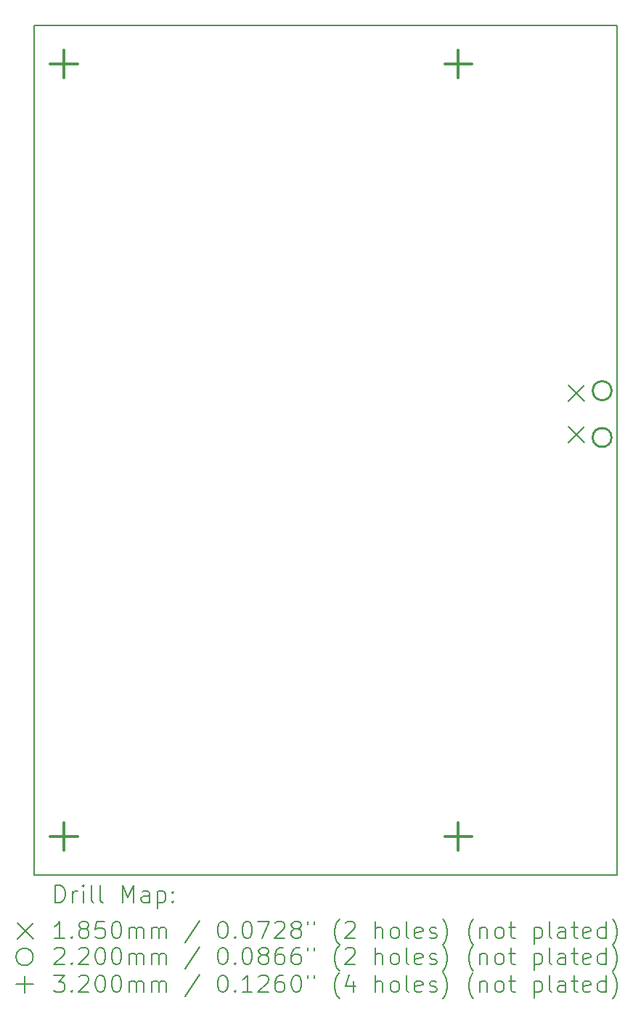
<source format=gbr>
%TF.GenerationSoftware,KiCad,Pcbnew,8.0.6*%
%TF.CreationDate,2024-11-26T08:02:54+01:00*%
%TF.ProjectId,vt2_communicator,7674325f-636f-46d6-9d75-6e696361746f,rev?*%
%TF.SameCoordinates,Original*%
%TF.FileFunction,Drillmap*%
%TF.FilePolarity,Positive*%
%FSLAX45Y45*%
G04 Gerber Fmt 4.5, Leading zero omitted, Abs format (unit mm)*
G04 Created by KiCad (PCBNEW 8.0.6) date 2024-11-26 08:02:54*
%MOMM*%
%LPD*%
G01*
G04 APERTURE LIST*
%ADD10C,0.200000*%
%ADD11C,0.185000*%
%ADD12C,0.220000*%
%ADD13C,0.320000*%
G04 APERTURE END LIST*
D10*
X14000000Y-4000000D02*
X14000000Y-13900000D01*
X14000000Y-13900000D02*
X20800000Y-13900000D01*
X20800000Y-4000000D02*
X14000000Y-4000000D01*
X20800000Y-13900000D02*
X20800000Y-4000000D01*
D11*
X20231500Y-8196000D02*
X20416500Y-8381000D01*
X20416500Y-8196000D02*
X20231500Y-8381000D01*
X20231500Y-8681000D02*
X20416500Y-8866000D01*
X20416500Y-8681000D02*
X20231500Y-8866000D01*
D12*
X20737000Y-8258500D02*
G75*
G02*
X20517000Y-8258500I-110000J0D01*
G01*
X20517000Y-8258500D02*
G75*
G02*
X20737000Y-8258500I110000J0D01*
G01*
X20737000Y-8803500D02*
G75*
G02*
X20517000Y-8803500I-110000J0D01*
G01*
X20517000Y-8803500D02*
G75*
G02*
X20737000Y-8803500I110000J0D01*
G01*
D13*
X14350000Y-4290000D02*
X14350000Y-4610000D01*
X14190000Y-4450000D02*
X14510000Y-4450000D01*
X14350000Y-13290000D02*
X14350000Y-13610000D01*
X14190000Y-13450000D02*
X14510000Y-13450000D01*
X18950000Y-4290000D02*
X18950000Y-4610000D01*
X18790000Y-4450000D02*
X19110000Y-4450000D01*
X18950000Y-13290000D02*
X18950000Y-13610000D01*
X18790000Y-13450000D02*
X19110000Y-13450000D01*
D10*
X14250777Y-14221484D02*
X14250777Y-14021484D01*
X14250777Y-14021484D02*
X14298396Y-14021484D01*
X14298396Y-14021484D02*
X14326967Y-14031008D01*
X14326967Y-14031008D02*
X14346015Y-14050055D01*
X14346015Y-14050055D02*
X14355539Y-14069103D01*
X14355539Y-14069103D02*
X14365062Y-14107198D01*
X14365062Y-14107198D02*
X14365062Y-14135769D01*
X14365062Y-14135769D02*
X14355539Y-14173865D01*
X14355539Y-14173865D02*
X14346015Y-14192912D01*
X14346015Y-14192912D02*
X14326967Y-14211960D01*
X14326967Y-14211960D02*
X14298396Y-14221484D01*
X14298396Y-14221484D02*
X14250777Y-14221484D01*
X14450777Y-14221484D02*
X14450777Y-14088150D01*
X14450777Y-14126246D02*
X14460301Y-14107198D01*
X14460301Y-14107198D02*
X14469824Y-14097674D01*
X14469824Y-14097674D02*
X14488872Y-14088150D01*
X14488872Y-14088150D02*
X14507920Y-14088150D01*
X14574586Y-14221484D02*
X14574586Y-14088150D01*
X14574586Y-14021484D02*
X14565062Y-14031008D01*
X14565062Y-14031008D02*
X14574586Y-14040531D01*
X14574586Y-14040531D02*
X14584110Y-14031008D01*
X14584110Y-14031008D02*
X14574586Y-14021484D01*
X14574586Y-14021484D02*
X14574586Y-14040531D01*
X14698396Y-14221484D02*
X14679348Y-14211960D01*
X14679348Y-14211960D02*
X14669824Y-14192912D01*
X14669824Y-14192912D02*
X14669824Y-14021484D01*
X14803158Y-14221484D02*
X14784110Y-14211960D01*
X14784110Y-14211960D02*
X14774586Y-14192912D01*
X14774586Y-14192912D02*
X14774586Y-14021484D01*
X15031729Y-14221484D02*
X15031729Y-14021484D01*
X15031729Y-14021484D02*
X15098396Y-14164341D01*
X15098396Y-14164341D02*
X15165062Y-14021484D01*
X15165062Y-14021484D02*
X15165062Y-14221484D01*
X15346015Y-14221484D02*
X15346015Y-14116722D01*
X15346015Y-14116722D02*
X15336491Y-14097674D01*
X15336491Y-14097674D02*
X15317443Y-14088150D01*
X15317443Y-14088150D02*
X15279348Y-14088150D01*
X15279348Y-14088150D02*
X15260301Y-14097674D01*
X15346015Y-14211960D02*
X15326967Y-14221484D01*
X15326967Y-14221484D02*
X15279348Y-14221484D01*
X15279348Y-14221484D02*
X15260301Y-14211960D01*
X15260301Y-14211960D02*
X15250777Y-14192912D01*
X15250777Y-14192912D02*
X15250777Y-14173865D01*
X15250777Y-14173865D02*
X15260301Y-14154817D01*
X15260301Y-14154817D02*
X15279348Y-14145293D01*
X15279348Y-14145293D02*
X15326967Y-14145293D01*
X15326967Y-14145293D02*
X15346015Y-14135769D01*
X15441253Y-14088150D02*
X15441253Y-14288150D01*
X15441253Y-14097674D02*
X15460301Y-14088150D01*
X15460301Y-14088150D02*
X15498396Y-14088150D01*
X15498396Y-14088150D02*
X15517443Y-14097674D01*
X15517443Y-14097674D02*
X15526967Y-14107198D01*
X15526967Y-14107198D02*
X15536491Y-14126246D01*
X15536491Y-14126246D02*
X15536491Y-14183388D01*
X15536491Y-14183388D02*
X15526967Y-14202436D01*
X15526967Y-14202436D02*
X15517443Y-14211960D01*
X15517443Y-14211960D02*
X15498396Y-14221484D01*
X15498396Y-14221484D02*
X15460301Y-14221484D01*
X15460301Y-14221484D02*
X15441253Y-14211960D01*
X15622205Y-14202436D02*
X15631729Y-14211960D01*
X15631729Y-14211960D02*
X15622205Y-14221484D01*
X15622205Y-14221484D02*
X15612682Y-14211960D01*
X15612682Y-14211960D02*
X15622205Y-14202436D01*
X15622205Y-14202436D02*
X15622205Y-14221484D01*
X15622205Y-14097674D02*
X15631729Y-14107198D01*
X15631729Y-14107198D02*
X15622205Y-14116722D01*
X15622205Y-14116722D02*
X15612682Y-14107198D01*
X15612682Y-14107198D02*
X15622205Y-14097674D01*
X15622205Y-14097674D02*
X15622205Y-14116722D01*
D11*
X13805000Y-14457500D02*
X13990000Y-14642500D01*
X13990000Y-14457500D02*
X13805000Y-14642500D01*
D10*
X14355539Y-14641484D02*
X14241253Y-14641484D01*
X14298396Y-14641484D02*
X14298396Y-14441484D01*
X14298396Y-14441484D02*
X14279348Y-14470055D01*
X14279348Y-14470055D02*
X14260301Y-14489103D01*
X14260301Y-14489103D02*
X14241253Y-14498627D01*
X14441253Y-14622436D02*
X14450777Y-14631960D01*
X14450777Y-14631960D02*
X14441253Y-14641484D01*
X14441253Y-14641484D02*
X14431729Y-14631960D01*
X14431729Y-14631960D02*
X14441253Y-14622436D01*
X14441253Y-14622436D02*
X14441253Y-14641484D01*
X14565062Y-14527198D02*
X14546015Y-14517674D01*
X14546015Y-14517674D02*
X14536491Y-14508150D01*
X14536491Y-14508150D02*
X14526967Y-14489103D01*
X14526967Y-14489103D02*
X14526967Y-14479579D01*
X14526967Y-14479579D02*
X14536491Y-14460531D01*
X14536491Y-14460531D02*
X14546015Y-14451008D01*
X14546015Y-14451008D02*
X14565062Y-14441484D01*
X14565062Y-14441484D02*
X14603158Y-14441484D01*
X14603158Y-14441484D02*
X14622205Y-14451008D01*
X14622205Y-14451008D02*
X14631729Y-14460531D01*
X14631729Y-14460531D02*
X14641253Y-14479579D01*
X14641253Y-14479579D02*
X14641253Y-14489103D01*
X14641253Y-14489103D02*
X14631729Y-14508150D01*
X14631729Y-14508150D02*
X14622205Y-14517674D01*
X14622205Y-14517674D02*
X14603158Y-14527198D01*
X14603158Y-14527198D02*
X14565062Y-14527198D01*
X14565062Y-14527198D02*
X14546015Y-14536722D01*
X14546015Y-14536722D02*
X14536491Y-14546246D01*
X14536491Y-14546246D02*
X14526967Y-14565293D01*
X14526967Y-14565293D02*
X14526967Y-14603388D01*
X14526967Y-14603388D02*
X14536491Y-14622436D01*
X14536491Y-14622436D02*
X14546015Y-14631960D01*
X14546015Y-14631960D02*
X14565062Y-14641484D01*
X14565062Y-14641484D02*
X14603158Y-14641484D01*
X14603158Y-14641484D02*
X14622205Y-14631960D01*
X14622205Y-14631960D02*
X14631729Y-14622436D01*
X14631729Y-14622436D02*
X14641253Y-14603388D01*
X14641253Y-14603388D02*
X14641253Y-14565293D01*
X14641253Y-14565293D02*
X14631729Y-14546246D01*
X14631729Y-14546246D02*
X14622205Y-14536722D01*
X14622205Y-14536722D02*
X14603158Y-14527198D01*
X14822205Y-14441484D02*
X14726967Y-14441484D01*
X14726967Y-14441484D02*
X14717443Y-14536722D01*
X14717443Y-14536722D02*
X14726967Y-14527198D01*
X14726967Y-14527198D02*
X14746015Y-14517674D01*
X14746015Y-14517674D02*
X14793634Y-14517674D01*
X14793634Y-14517674D02*
X14812682Y-14527198D01*
X14812682Y-14527198D02*
X14822205Y-14536722D01*
X14822205Y-14536722D02*
X14831729Y-14555769D01*
X14831729Y-14555769D02*
X14831729Y-14603388D01*
X14831729Y-14603388D02*
X14822205Y-14622436D01*
X14822205Y-14622436D02*
X14812682Y-14631960D01*
X14812682Y-14631960D02*
X14793634Y-14641484D01*
X14793634Y-14641484D02*
X14746015Y-14641484D01*
X14746015Y-14641484D02*
X14726967Y-14631960D01*
X14726967Y-14631960D02*
X14717443Y-14622436D01*
X14955539Y-14441484D02*
X14974586Y-14441484D01*
X14974586Y-14441484D02*
X14993634Y-14451008D01*
X14993634Y-14451008D02*
X15003158Y-14460531D01*
X15003158Y-14460531D02*
X15012682Y-14479579D01*
X15012682Y-14479579D02*
X15022205Y-14517674D01*
X15022205Y-14517674D02*
X15022205Y-14565293D01*
X15022205Y-14565293D02*
X15012682Y-14603388D01*
X15012682Y-14603388D02*
X15003158Y-14622436D01*
X15003158Y-14622436D02*
X14993634Y-14631960D01*
X14993634Y-14631960D02*
X14974586Y-14641484D01*
X14974586Y-14641484D02*
X14955539Y-14641484D01*
X14955539Y-14641484D02*
X14936491Y-14631960D01*
X14936491Y-14631960D02*
X14926967Y-14622436D01*
X14926967Y-14622436D02*
X14917443Y-14603388D01*
X14917443Y-14603388D02*
X14907920Y-14565293D01*
X14907920Y-14565293D02*
X14907920Y-14517674D01*
X14907920Y-14517674D02*
X14917443Y-14479579D01*
X14917443Y-14479579D02*
X14926967Y-14460531D01*
X14926967Y-14460531D02*
X14936491Y-14451008D01*
X14936491Y-14451008D02*
X14955539Y-14441484D01*
X15107920Y-14641484D02*
X15107920Y-14508150D01*
X15107920Y-14527198D02*
X15117443Y-14517674D01*
X15117443Y-14517674D02*
X15136491Y-14508150D01*
X15136491Y-14508150D02*
X15165063Y-14508150D01*
X15165063Y-14508150D02*
X15184110Y-14517674D01*
X15184110Y-14517674D02*
X15193634Y-14536722D01*
X15193634Y-14536722D02*
X15193634Y-14641484D01*
X15193634Y-14536722D02*
X15203158Y-14517674D01*
X15203158Y-14517674D02*
X15222205Y-14508150D01*
X15222205Y-14508150D02*
X15250777Y-14508150D01*
X15250777Y-14508150D02*
X15269824Y-14517674D01*
X15269824Y-14517674D02*
X15279348Y-14536722D01*
X15279348Y-14536722D02*
X15279348Y-14641484D01*
X15374586Y-14641484D02*
X15374586Y-14508150D01*
X15374586Y-14527198D02*
X15384110Y-14517674D01*
X15384110Y-14517674D02*
X15403158Y-14508150D01*
X15403158Y-14508150D02*
X15431729Y-14508150D01*
X15431729Y-14508150D02*
X15450777Y-14517674D01*
X15450777Y-14517674D02*
X15460301Y-14536722D01*
X15460301Y-14536722D02*
X15460301Y-14641484D01*
X15460301Y-14536722D02*
X15469824Y-14517674D01*
X15469824Y-14517674D02*
X15488872Y-14508150D01*
X15488872Y-14508150D02*
X15517443Y-14508150D01*
X15517443Y-14508150D02*
X15536491Y-14517674D01*
X15536491Y-14517674D02*
X15546015Y-14536722D01*
X15546015Y-14536722D02*
X15546015Y-14641484D01*
X15936491Y-14431960D02*
X15765063Y-14689103D01*
X16193634Y-14441484D02*
X16212682Y-14441484D01*
X16212682Y-14441484D02*
X16231729Y-14451008D01*
X16231729Y-14451008D02*
X16241253Y-14460531D01*
X16241253Y-14460531D02*
X16250777Y-14479579D01*
X16250777Y-14479579D02*
X16260301Y-14517674D01*
X16260301Y-14517674D02*
X16260301Y-14565293D01*
X16260301Y-14565293D02*
X16250777Y-14603388D01*
X16250777Y-14603388D02*
X16241253Y-14622436D01*
X16241253Y-14622436D02*
X16231729Y-14631960D01*
X16231729Y-14631960D02*
X16212682Y-14641484D01*
X16212682Y-14641484D02*
X16193634Y-14641484D01*
X16193634Y-14641484D02*
X16174586Y-14631960D01*
X16174586Y-14631960D02*
X16165063Y-14622436D01*
X16165063Y-14622436D02*
X16155539Y-14603388D01*
X16155539Y-14603388D02*
X16146015Y-14565293D01*
X16146015Y-14565293D02*
X16146015Y-14517674D01*
X16146015Y-14517674D02*
X16155539Y-14479579D01*
X16155539Y-14479579D02*
X16165063Y-14460531D01*
X16165063Y-14460531D02*
X16174586Y-14451008D01*
X16174586Y-14451008D02*
X16193634Y-14441484D01*
X16346015Y-14622436D02*
X16355539Y-14631960D01*
X16355539Y-14631960D02*
X16346015Y-14641484D01*
X16346015Y-14641484D02*
X16336491Y-14631960D01*
X16336491Y-14631960D02*
X16346015Y-14622436D01*
X16346015Y-14622436D02*
X16346015Y-14641484D01*
X16479348Y-14441484D02*
X16498396Y-14441484D01*
X16498396Y-14441484D02*
X16517444Y-14451008D01*
X16517444Y-14451008D02*
X16526967Y-14460531D01*
X16526967Y-14460531D02*
X16536491Y-14479579D01*
X16536491Y-14479579D02*
X16546015Y-14517674D01*
X16546015Y-14517674D02*
X16546015Y-14565293D01*
X16546015Y-14565293D02*
X16536491Y-14603388D01*
X16536491Y-14603388D02*
X16526967Y-14622436D01*
X16526967Y-14622436D02*
X16517444Y-14631960D01*
X16517444Y-14631960D02*
X16498396Y-14641484D01*
X16498396Y-14641484D02*
X16479348Y-14641484D01*
X16479348Y-14641484D02*
X16460301Y-14631960D01*
X16460301Y-14631960D02*
X16450777Y-14622436D01*
X16450777Y-14622436D02*
X16441253Y-14603388D01*
X16441253Y-14603388D02*
X16431729Y-14565293D01*
X16431729Y-14565293D02*
X16431729Y-14517674D01*
X16431729Y-14517674D02*
X16441253Y-14479579D01*
X16441253Y-14479579D02*
X16450777Y-14460531D01*
X16450777Y-14460531D02*
X16460301Y-14451008D01*
X16460301Y-14451008D02*
X16479348Y-14441484D01*
X16612682Y-14441484D02*
X16746015Y-14441484D01*
X16746015Y-14441484D02*
X16660301Y-14641484D01*
X16812682Y-14460531D02*
X16822206Y-14451008D01*
X16822206Y-14451008D02*
X16841253Y-14441484D01*
X16841253Y-14441484D02*
X16888872Y-14441484D01*
X16888872Y-14441484D02*
X16907920Y-14451008D01*
X16907920Y-14451008D02*
X16917444Y-14460531D01*
X16917444Y-14460531D02*
X16926968Y-14479579D01*
X16926968Y-14479579D02*
X16926968Y-14498627D01*
X16926968Y-14498627D02*
X16917444Y-14527198D01*
X16917444Y-14527198D02*
X16803158Y-14641484D01*
X16803158Y-14641484D02*
X16926968Y-14641484D01*
X17041253Y-14527198D02*
X17022206Y-14517674D01*
X17022206Y-14517674D02*
X17012682Y-14508150D01*
X17012682Y-14508150D02*
X17003158Y-14489103D01*
X17003158Y-14489103D02*
X17003158Y-14479579D01*
X17003158Y-14479579D02*
X17012682Y-14460531D01*
X17012682Y-14460531D02*
X17022206Y-14451008D01*
X17022206Y-14451008D02*
X17041253Y-14441484D01*
X17041253Y-14441484D02*
X17079349Y-14441484D01*
X17079349Y-14441484D02*
X17098396Y-14451008D01*
X17098396Y-14451008D02*
X17107920Y-14460531D01*
X17107920Y-14460531D02*
X17117444Y-14479579D01*
X17117444Y-14479579D02*
X17117444Y-14489103D01*
X17117444Y-14489103D02*
X17107920Y-14508150D01*
X17107920Y-14508150D02*
X17098396Y-14517674D01*
X17098396Y-14517674D02*
X17079349Y-14527198D01*
X17079349Y-14527198D02*
X17041253Y-14527198D01*
X17041253Y-14527198D02*
X17022206Y-14536722D01*
X17022206Y-14536722D02*
X17012682Y-14546246D01*
X17012682Y-14546246D02*
X17003158Y-14565293D01*
X17003158Y-14565293D02*
X17003158Y-14603388D01*
X17003158Y-14603388D02*
X17012682Y-14622436D01*
X17012682Y-14622436D02*
X17022206Y-14631960D01*
X17022206Y-14631960D02*
X17041253Y-14641484D01*
X17041253Y-14641484D02*
X17079349Y-14641484D01*
X17079349Y-14641484D02*
X17098396Y-14631960D01*
X17098396Y-14631960D02*
X17107920Y-14622436D01*
X17107920Y-14622436D02*
X17117444Y-14603388D01*
X17117444Y-14603388D02*
X17117444Y-14565293D01*
X17117444Y-14565293D02*
X17107920Y-14546246D01*
X17107920Y-14546246D02*
X17098396Y-14536722D01*
X17098396Y-14536722D02*
X17079349Y-14527198D01*
X17193634Y-14441484D02*
X17193634Y-14479579D01*
X17269825Y-14441484D02*
X17269825Y-14479579D01*
X17565063Y-14717674D02*
X17555539Y-14708150D01*
X17555539Y-14708150D02*
X17536491Y-14679579D01*
X17536491Y-14679579D02*
X17526968Y-14660531D01*
X17526968Y-14660531D02*
X17517444Y-14631960D01*
X17517444Y-14631960D02*
X17507920Y-14584341D01*
X17507920Y-14584341D02*
X17507920Y-14546246D01*
X17507920Y-14546246D02*
X17517444Y-14498627D01*
X17517444Y-14498627D02*
X17526968Y-14470055D01*
X17526968Y-14470055D02*
X17536491Y-14451008D01*
X17536491Y-14451008D02*
X17555539Y-14422436D01*
X17555539Y-14422436D02*
X17565063Y-14412912D01*
X17631730Y-14460531D02*
X17641253Y-14451008D01*
X17641253Y-14451008D02*
X17660301Y-14441484D01*
X17660301Y-14441484D02*
X17707920Y-14441484D01*
X17707920Y-14441484D02*
X17726968Y-14451008D01*
X17726968Y-14451008D02*
X17736491Y-14460531D01*
X17736491Y-14460531D02*
X17746015Y-14479579D01*
X17746015Y-14479579D02*
X17746015Y-14498627D01*
X17746015Y-14498627D02*
X17736491Y-14527198D01*
X17736491Y-14527198D02*
X17622206Y-14641484D01*
X17622206Y-14641484D02*
X17746015Y-14641484D01*
X17984111Y-14641484D02*
X17984111Y-14441484D01*
X18069825Y-14641484D02*
X18069825Y-14536722D01*
X18069825Y-14536722D02*
X18060301Y-14517674D01*
X18060301Y-14517674D02*
X18041253Y-14508150D01*
X18041253Y-14508150D02*
X18012682Y-14508150D01*
X18012682Y-14508150D02*
X17993634Y-14517674D01*
X17993634Y-14517674D02*
X17984111Y-14527198D01*
X18193634Y-14641484D02*
X18174587Y-14631960D01*
X18174587Y-14631960D02*
X18165063Y-14622436D01*
X18165063Y-14622436D02*
X18155539Y-14603388D01*
X18155539Y-14603388D02*
X18155539Y-14546246D01*
X18155539Y-14546246D02*
X18165063Y-14527198D01*
X18165063Y-14527198D02*
X18174587Y-14517674D01*
X18174587Y-14517674D02*
X18193634Y-14508150D01*
X18193634Y-14508150D02*
X18222206Y-14508150D01*
X18222206Y-14508150D02*
X18241253Y-14517674D01*
X18241253Y-14517674D02*
X18250777Y-14527198D01*
X18250777Y-14527198D02*
X18260301Y-14546246D01*
X18260301Y-14546246D02*
X18260301Y-14603388D01*
X18260301Y-14603388D02*
X18250777Y-14622436D01*
X18250777Y-14622436D02*
X18241253Y-14631960D01*
X18241253Y-14631960D02*
X18222206Y-14641484D01*
X18222206Y-14641484D02*
X18193634Y-14641484D01*
X18374587Y-14641484D02*
X18355539Y-14631960D01*
X18355539Y-14631960D02*
X18346015Y-14612912D01*
X18346015Y-14612912D02*
X18346015Y-14441484D01*
X18526968Y-14631960D02*
X18507920Y-14641484D01*
X18507920Y-14641484D02*
X18469825Y-14641484D01*
X18469825Y-14641484D02*
X18450777Y-14631960D01*
X18450777Y-14631960D02*
X18441253Y-14612912D01*
X18441253Y-14612912D02*
X18441253Y-14536722D01*
X18441253Y-14536722D02*
X18450777Y-14517674D01*
X18450777Y-14517674D02*
X18469825Y-14508150D01*
X18469825Y-14508150D02*
X18507920Y-14508150D01*
X18507920Y-14508150D02*
X18526968Y-14517674D01*
X18526968Y-14517674D02*
X18536492Y-14536722D01*
X18536492Y-14536722D02*
X18536492Y-14555769D01*
X18536492Y-14555769D02*
X18441253Y-14574817D01*
X18612682Y-14631960D02*
X18631730Y-14641484D01*
X18631730Y-14641484D02*
X18669825Y-14641484D01*
X18669825Y-14641484D02*
X18688873Y-14631960D01*
X18688873Y-14631960D02*
X18698396Y-14612912D01*
X18698396Y-14612912D02*
X18698396Y-14603388D01*
X18698396Y-14603388D02*
X18688873Y-14584341D01*
X18688873Y-14584341D02*
X18669825Y-14574817D01*
X18669825Y-14574817D02*
X18641253Y-14574817D01*
X18641253Y-14574817D02*
X18622206Y-14565293D01*
X18622206Y-14565293D02*
X18612682Y-14546246D01*
X18612682Y-14546246D02*
X18612682Y-14536722D01*
X18612682Y-14536722D02*
X18622206Y-14517674D01*
X18622206Y-14517674D02*
X18641253Y-14508150D01*
X18641253Y-14508150D02*
X18669825Y-14508150D01*
X18669825Y-14508150D02*
X18688873Y-14517674D01*
X18765063Y-14717674D02*
X18774587Y-14708150D01*
X18774587Y-14708150D02*
X18793634Y-14679579D01*
X18793634Y-14679579D02*
X18803158Y-14660531D01*
X18803158Y-14660531D02*
X18812682Y-14631960D01*
X18812682Y-14631960D02*
X18822206Y-14584341D01*
X18822206Y-14584341D02*
X18822206Y-14546246D01*
X18822206Y-14546246D02*
X18812682Y-14498627D01*
X18812682Y-14498627D02*
X18803158Y-14470055D01*
X18803158Y-14470055D02*
X18793634Y-14451008D01*
X18793634Y-14451008D02*
X18774587Y-14422436D01*
X18774587Y-14422436D02*
X18765063Y-14412912D01*
X19126968Y-14717674D02*
X19117444Y-14708150D01*
X19117444Y-14708150D02*
X19098396Y-14679579D01*
X19098396Y-14679579D02*
X19088873Y-14660531D01*
X19088873Y-14660531D02*
X19079349Y-14631960D01*
X19079349Y-14631960D02*
X19069825Y-14584341D01*
X19069825Y-14584341D02*
X19069825Y-14546246D01*
X19069825Y-14546246D02*
X19079349Y-14498627D01*
X19079349Y-14498627D02*
X19088873Y-14470055D01*
X19088873Y-14470055D02*
X19098396Y-14451008D01*
X19098396Y-14451008D02*
X19117444Y-14422436D01*
X19117444Y-14422436D02*
X19126968Y-14412912D01*
X19203158Y-14508150D02*
X19203158Y-14641484D01*
X19203158Y-14527198D02*
X19212682Y-14517674D01*
X19212682Y-14517674D02*
X19231730Y-14508150D01*
X19231730Y-14508150D02*
X19260301Y-14508150D01*
X19260301Y-14508150D02*
X19279349Y-14517674D01*
X19279349Y-14517674D02*
X19288873Y-14536722D01*
X19288873Y-14536722D02*
X19288873Y-14641484D01*
X19412682Y-14641484D02*
X19393634Y-14631960D01*
X19393634Y-14631960D02*
X19384111Y-14622436D01*
X19384111Y-14622436D02*
X19374587Y-14603388D01*
X19374587Y-14603388D02*
X19374587Y-14546246D01*
X19374587Y-14546246D02*
X19384111Y-14527198D01*
X19384111Y-14527198D02*
X19393634Y-14517674D01*
X19393634Y-14517674D02*
X19412682Y-14508150D01*
X19412682Y-14508150D02*
X19441254Y-14508150D01*
X19441254Y-14508150D02*
X19460301Y-14517674D01*
X19460301Y-14517674D02*
X19469825Y-14527198D01*
X19469825Y-14527198D02*
X19479349Y-14546246D01*
X19479349Y-14546246D02*
X19479349Y-14603388D01*
X19479349Y-14603388D02*
X19469825Y-14622436D01*
X19469825Y-14622436D02*
X19460301Y-14631960D01*
X19460301Y-14631960D02*
X19441254Y-14641484D01*
X19441254Y-14641484D02*
X19412682Y-14641484D01*
X19536492Y-14508150D02*
X19612682Y-14508150D01*
X19565063Y-14441484D02*
X19565063Y-14612912D01*
X19565063Y-14612912D02*
X19574587Y-14631960D01*
X19574587Y-14631960D02*
X19593634Y-14641484D01*
X19593634Y-14641484D02*
X19612682Y-14641484D01*
X19831730Y-14508150D02*
X19831730Y-14708150D01*
X19831730Y-14517674D02*
X19850777Y-14508150D01*
X19850777Y-14508150D02*
X19888873Y-14508150D01*
X19888873Y-14508150D02*
X19907920Y-14517674D01*
X19907920Y-14517674D02*
X19917444Y-14527198D01*
X19917444Y-14527198D02*
X19926968Y-14546246D01*
X19926968Y-14546246D02*
X19926968Y-14603388D01*
X19926968Y-14603388D02*
X19917444Y-14622436D01*
X19917444Y-14622436D02*
X19907920Y-14631960D01*
X19907920Y-14631960D02*
X19888873Y-14641484D01*
X19888873Y-14641484D02*
X19850777Y-14641484D01*
X19850777Y-14641484D02*
X19831730Y-14631960D01*
X20041254Y-14641484D02*
X20022206Y-14631960D01*
X20022206Y-14631960D02*
X20012682Y-14612912D01*
X20012682Y-14612912D02*
X20012682Y-14441484D01*
X20203158Y-14641484D02*
X20203158Y-14536722D01*
X20203158Y-14536722D02*
X20193635Y-14517674D01*
X20193635Y-14517674D02*
X20174587Y-14508150D01*
X20174587Y-14508150D02*
X20136492Y-14508150D01*
X20136492Y-14508150D02*
X20117444Y-14517674D01*
X20203158Y-14631960D02*
X20184111Y-14641484D01*
X20184111Y-14641484D02*
X20136492Y-14641484D01*
X20136492Y-14641484D02*
X20117444Y-14631960D01*
X20117444Y-14631960D02*
X20107920Y-14612912D01*
X20107920Y-14612912D02*
X20107920Y-14593865D01*
X20107920Y-14593865D02*
X20117444Y-14574817D01*
X20117444Y-14574817D02*
X20136492Y-14565293D01*
X20136492Y-14565293D02*
X20184111Y-14565293D01*
X20184111Y-14565293D02*
X20203158Y-14555769D01*
X20269825Y-14508150D02*
X20346015Y-14508150D01*
X20298396Y-14441484D02*
X20298396Y-14612912D01*
X20298396Y-14612912D02*
X20307920Y-14631960D01*
X20307920Y-14631960D02*
X20326968Y-14641484D01*
X20326968Y-14641484D02*
X20346015Y-14641484D01*
X20488873Y-14631960D02*
X20469825Y-14641484D01*
X20469825Y-14641484D02*
X20431730Y-14641484D01*
X20431730Y-14641484D02*
X20412682Y-14631960D01*
X20412682Y-14631960D02*
X20403158Y-14612912D01*
X20403158Y-14612912D02*
X20403158Y-14536722D01*
X20403158Y-14536722D02*
X20412682Y-14517674D01*
X20412682Y-14517674D02*
X20431730Y-14508150D01*
X20431730Y-14508150D02*
X20469825Y-14508150D01*
X20469825Y-14508150D02*
X20488873Y-14517674D01*
X20488873Y-14517674D02*
X20498396Y-14536722D01*
X20498396Y-14536722D02*
X20498396Y-14555769D01*
X20498396Y-14555769D02*
X20403158Y-14574817D01*
X20669825Y-14641484D02*
X20669825Y-14441484D01*
X20669825Y-14631960D02*
X20650777Y-14641484D01*
X20650777Y-14641484D02*
X20612682Y-14641484D01*
X20612682Y-14641484D02*
X20593635Y-14631960D01*
X20593635Y-14631960D02*
X20584111Y-14622436D01*
X20584111Y-14622436D02*
X20574587Y-14603388D01*
X20574587Y-14603388D02*
X20574587Y-14546246D01*
X20574587Y-14546246D02*
X20584111Y-14527198D01*
X20584111Y-14527198D02*
X20593635Y-14517674D01*
X20593635Y-14517674D02*
X20612682Y-14508150D01*
X20612682Y-14508150D02*
X20650777Y-14508150D01*
X20650777Y-14508150D02*
X20669825Y-14517674D01*
X20746016Y-14717674D02*
X20755539Y-14708150D01*
X20755539Y-14708150D02*
X20774587Y-14679579D01*
X20774587Y-14679579D02*
X20784111Y-14660531D01*
X20784111Y-14660531D02*
X20793635Y-14631960D01*
X20793635Y-14631960D02*
X20803158Y-14584341D01*
X20803158Y-14584341D02*
X20803158Y-14546246D01*
X20803158Y-14546246D02*
X20793635Y-14498627D01*
X20793635Y-14498627D02*
X20784111Y-14470055D01*
X20784111Y-14470055D02*
X20774587Y-14451008D01*
X20774587Y-14451008D02*
X20755539Y-14422436D01*
X20755539Y-14422436D02*
X20746016Y-14412912D01*
X13990000Y-14855000D02*
G75*
G02*
X13790000Y-14855000I-100000J0D01*
G01*
X13790000Y-14855000D02*
G75*
G02*
X13990000Y-14855000I100000J0D01*
G01*
X14241253Y-14765531D02*
X14250777Y-14756008D01*
X14250777Y-14756008D02*
X14269824Y-14746484D01*
X14269824Y-14746484D02*
X14317443Y-14746484D01*
X14317443Y-14746484D02*
X14336491Y-14756008D01*
X14336491Y-14756008D02*
X14346015Y-14765531D01*
X14346015Y-14765531D02*
X14355539Y-14784579D01*
X14355539Y-14784579D02*
X14355539Y-14803627D01*
X14355539Y-14803627D02*
X14346015Y-14832198D01*
X14346015Y-14832198D02*
X14231729Y-14946484D01*
X14231729Y-14946484D02*
X14355539Y-14946484D01*
X14441253Y-14927436D02*
X14450777Y-14936960D01*
X14450777Y-14936960D02*
X14441253Y-14946484D01*
X14441253Y-14946484D02*
X14431729Y-14936960D01*
X14431729Y-14936960D02*
X14441253Y-14927436D01*
X14441253Y-14927436D02*
X14441253Y-14946484D01*
X14526967Y-14765531D02*
X14536491Y-14756008D01*
X14536491Y-14756008D02*
X14555539Y-14746484D01*
X14555539Y-14746484D02*
X14603158Y-14746484D01*
X14603158Y-14746484D02*
X14622205Y-14756008D01*
X14622205Y-14756008D02*
X14631729Y-14765531D01*
X14631729Y-14765531D02*
X14641253Y-14784579D01*
X14641253Y-14784579D02*
X14641253Y-14803627D01*
X14641253Y-14803627D02*
X14631729Y-14832198D01*
X14631729Y-14832198D02*
X14517443Y-14946484D01*
X14517443Y-14946484D02*
X14641253Y-14946484D01*
X14765062Y-14746484D02*
X14784110Y-14746484D01*
X14784110Y-14746484D02*
X14803158Y-14756008D01*
X14803158Y-14756008D02*
X14812682Y-14765531D01*
X14812682Y-14765531D02*
X14822205Y-14784579D01*
X14822205Y-14784579D02*
X14831729Y-14822674D01*
X14831729Y-14822674D02*
X14831729Y-14870293D01*
X14831729Y-14870293D02*
X14822205Y-14908388D01*
X14822205Y-14908388D02*
X14812682Y-14927436D01*
X14812682Y-14927436D02*
X14803158Y-14936960D01*
X14803158Y-14936960D02*
X14784110Y-14946484D01*
X14784110Y-14946484D02*
X14765062Y-14946484D01*
X14765062Y-14946484D02*
X14746015Y-14936960D01*
X14746015Y-14936960D02*
X14736491Y-14927436D01*
X14736491Y-14927436D02*
X14726967Y-14908388D01*
X14726967Y-14908388D02*
X14717443Y-14870293D01*
X14717443Y-14870293D02*
X14717443Y-14822674D01*
X14717443Y-14822674D02*
X14726967Y-14784579D01*
X14726967Y-14784579D02*
X14736491Y-14765531D01*
X14736491Y-14765531D02*
X14746015Y-14756008D01*
X14746015Y-14756008D02*
X14765062Y-14746484D01*
X14955539Y-14746484D02*
X14974586Y-14746484D01*
X14974586Y-14746484D02*
X14993634Y-14756008D01*
X14993634Y-14756008D02*
X15003158Y-14765531D01*
X15003158Y-14765531D02*
X15012682Y-14784579D01*
X15012682Y-14784579D02*
X15022205Y-14822674D01*
X15022205Y-14822674D02*
X15022205Y-14870293D01*
X15022205Y-14870293D02*
X15012682Y-14908388D01*
X15012682Y-14908388D02*
X15003158Y-14927436D01*
X15003158Y-14927436D02*
X14993634Y-14936960D01*
X14993634Y-14936960D02*
X14974586Y-14946484D01*
X14974586Y-14946484D02*
X14955539Y-14946484D01*
X14955539Y-14946484D02*
X14936491Y-14936960D01*
X14936491Y-14936960D02*
X14926967Y-14927436D01*
X14926967Y-14927436D02*
X14917443Y-14908388D01*
X14917443Y-14908388D02*
X14907920Y-14870293D01*
X14907920Y-14870293D02*
X14907920Y-14822674D01*
X14907920Y-14822674D02*
X14917443Y-14784579D01*
X14917443Y-14784579D02*
X14926967Y-14765531D01*
X14926967Y-14765531D02*
X14936491Y-14756008D01*
X14936491Y-14756008D02*
X14955539Y-14746484D01*
X15107920Y-14946484D02*
X15107920Y-14813150D01*
X15107920Y-14832198D02*
X15117443Y-14822674D01*
X15117443Y-14822674D02*
X15136491Y-14813150D01*
X15136491Y-14813150D02*
X15165063Y-14813150D01*
X15165063Y-14813150D02*
X15184110Y-14822674D01*
X15184110Y-14822674D02*
X15193634Y-14841722D01*
X15193634Y-14841722D02*
X15193634Y-14946484D01*
X15193634Y-14841722D02*
X15203158Y-14822674D01*
X15203158Y-14822674D02*
X15222205Y-14813150D01*
X15222205Y-14813150D02*
X15250777Y-14813150D01*
X15250777Y-14813150D02*
X15269824Y-14822674D01*
X15269824Y-14822674D02*
X15279348Y-14841722D01*
X15279348Y-14841722D02*
X15279348Y-14946484D01*
X15374586Y-14946484D02*
X15374586Y-14813150D01*
X15374586Y-14832198D02*
X15384110Y-14822674D01*
X15384110Y-14822674D02*
X15403158Y-14813150D01*
X15403158Y-14813150D02*
X15431729Y-14813150D01*
X15431729Y-14813150D02*
X15450777Y-14822674D01*
X15450777Y-14822674D02*
X15460301Y-14841722D01*
X15460301Y-14841722D02*
X15460301Y-14946484D01*
X15460301Y-14841722D02*
X15469824Y-14822674D01*
X15469824Y-14822674D02*
X15488872Y-14813150D01*
X15488872Y-14813150D02*
X15517443Y-14813150D01*
X15517443Y-14813150D02*
X15536491Y-14822674D01*
X15536491Y-14822674D02*
X15546015Y-14841722D01*
X15546015Y-14841722D02*
X15546015Y-14946484D01*
X15936491Y-14736960D02*
X15765063Y-14994103D01*
X16193634Y-14746484D02*
X16212682Y-14746484D01*
X16212682Y-14746484D02*
X16231729Y-14756008D01*
X16231729Y-14756008D02*
X16241253Y-14765531D01*
X16241253Y-14765531D02*
X16250777Y-14784579D01*
X16250777Y-14784579D02*
X16260301Y-14822674D01*
X16260301Y-14822674D02*
X16260301Y-14870293D01*
X16260301Y-14870293D02*
X16250777Y-14908388D01*
X16250777Y-14908388D02*
X16241253Y-14927436D01*
X16241253Y-14927436D02*
X16231729Y-14936960D01*
X16231729Y-14936960D02*
X16212682Y-14946484D01*
X16212682Y-14946484D02*
X16193634Y-14946484D01*
X16193634Y-14946484D02*
X16174586Y-14936960D01*
X16174586Y-14936960D02*
X16165063Y-14927436D01*
X16165063Y-14927436D02*
X16155539Y-14908388D01*
X16155539Y-14908388D02*
X16146015Y-14870293D01*
X16146015Y-14870293D02*
X16146015Y-14822674D01*
X16146015Y-14822674D02*
X16155539Y-14784579D01*
X16155539Y-14784579D02*
X16165063Y-14765531D01*
X16165063Y-14765531D02*
X16174586Y-14756008D01*
X16174586Y-14756008D02*
X16193634Y-14746484D01*
X16346015Y-14927436D02*
X16355539Y-14936960D01*
X16355539Y-14936960D02*
X16346015Y-14946484D01*
X16346015Y-14946484D02*
X16336491Y-14936960D01*
X16336491Y-14936960D02*
X16346015Y-14927436D01*
X16346015Y-14927436D02*
X16346015Y-14946484D01*
X16479348Y-14746484D02*
X16498396Y-14746484D01*
X16498396Y-14746484D02*
X16517444Y-14756008D01*
X16517444Y-14756008D02*
X16526967Y-14765531D01*
X16526967Y-14765531D02*
X16536491Y-14784579D01*
X16536491Y-14784579D02*
X16546015Y-14822674D01*
X16546015Y-14822674D02*
X16546015Y-14870293D01*
X16546015Y-14870293D02*
X16536491Y-14908388D01*
X16536491Y-14908388D02*
X16526967Y-14927436D01*
X16526967Y-14927436D02*
X16517444Y-14936960D01*
X16517444Y-14936960D02*
X16498396Y-14946484D01*
X16498396Y-14946484D02*
X16479348Y-14946484D01*
X16479348Y-14946484D02*
X16460301Y-14936960D01*
X16460301Y-14936960D02*
X16450777Y-14927436D01*
X16450777Y-14927436D02*
X16441253Y-14908388D01*
X16441253Y-14908388D02*
X16431729Y-14870293D01*
X16431729Y-14870293D02*
X16431729Y-14822674D01*
X16431729Y-14822674D02*
X16441253Y-14784579D01*
X16441253Y-14784579D02*
X16450777Y-14765531D01*
X16450777Y-14765531D02*
X16460301Y-14756008D01*
X16460301Y-14756008D02*
X16479348Y-14746484D01*
X16660301Y-14832198D02*
X16641253Y-14822674D01*
X16641253Y-14822674D02*
X16631729Y-14813150D01*
X16631729Y-14813150D02*
X16622206Y-14794103D01*
X16622206Y-14794103D02*
X16622206Y-14784579D01*
X16622206Y-14784579D02*
X16631729Y-14765531D01*
X16631729Y-14765531D02*
X16641253Y-14756008D01*
X16641253Y-14756008D02*
X16660301Y-14746484D01*
X16660301Y-14746484D02*
X16698396Y-14746484D01*
X16698396Y-14746484D02*
X16717444Y-14756008D01*
X16717444Y-14756008D02*
X16726967Y-14765531D01*
X16726967Y-14765531D02*
X16736491Y-14784579D01*
X16736491Y-14784579D02*
X16736491Y-14794103D01*
X16736491Y-14794103D02*
X16726967Y-14813150D01*
X16726967Y-14813150D02*
X16717444Y-14822674D01*
X16717444Y-14822674D02*
X16698396Y-14832198D01*
X16698396Y-14832198D02*
X16660301Y-14832198D01*
X16660301Y-14832198D02*
X16641253Y-14841722D01*
X16641253Y-14841722D02*
X16631729Y-14851246D01*
X16631729Y-14851246D02*
X16622206Y-14870293D01*
X16622206Y-14870293D02*
X16622206Y-14908388D01*
X16622206Y-14908388D02*
X16631729Y-14927436D01*
X16631729Y-14927436D02*
X16641253Y-14936960D01*
X16641253Y-14936960D02*
X16660301Y-14946484D01*
X16660301Y-14946484D02*
X16698396Y-14946484D01*
X16698396Y-14946484D02*
X16717444Y-14936960D01*
X16717444Y-14936960D02*
X16726967Y-14927436D01*
X16726967Y-14927436D02*
X16736491Y-14908388D01*
X16736491Y-14908388D02*
X16736491Y-14870293D01*
X16736491Y-14870293D02*
X16726967Y-14851246D01*
X16726967Y-14851246D02*
X16717444Y-14841722D01*
X16717444Y-14841722D02*
X16698396Y-14832198D01*
X16907920Y-14746484D02*
X16869825Y-14746484D01*
X16869825Y-14746484D02*
X16850777Y-14756008D01*
X16850777Y-14756008D02*
X16841253Y-14765531D01*
X16841253Y-14765531D02*
X16822206Y-14794103D01*
X16822206Y-14794103D02*
X16812682Y-14832198D01*
X16812682Y-14832198D02*
X16812682Y-14908388D01*
X16812682Y-14908388D02*
X16822206Y-14927436D01*
X16822206Y-14927436D02*
X16831729Y-14936960D01*
X16831729Y-14936960D02*
X16850777Y-14946484D01*
X16850777Y-14946484D02*
X16888872Y-14946484D01*
X16888872Y-14946484D02*
X16907920Y-14936960D01*
X16907920Y-14936960D02*
X16917444Y-14927436D01*
X16917444Y-14927436D02*
X16926968Y-14908388D01*
X16926968Y-14908388D02*
X16926968Y-14860769D01*
X16926968Y-14860769D02*
X16917444Y-14841722D01*
X16917444Y-14841722D02*
X16907920Y-14832198D01*
X16907920Y-14832198D02*
X16888872Y-14822674D01*
X16888872Y-14822674D02*
X16850777Y-14822674D01*
X16850777Y-14822674D02*
X16831729Y-14832198D01*
X16831729Y-14832198D02*
X16822206Y-14841722D01*
X16822206Y-14841722D02*
X16812682Y-14860769D01*
X17098396Y-14746484D02*
X17060301Y-14746484D01*
X17060301Y-14746484D02*
X17041253Y-14756008D01*
X17041253Y-14756008D02*
X17031729Y-14765531D01*
X17031729Y-14765531D02*
X17012682Y-14794103D01*
X17012682Y-14794103D02*
X17003158Y-14832198D01*
X17003158Y-14832198D02*
X17003158Y-14908388D01*
X17003158Y-14908388D02*
X17012682Y-14927436D01*
X17012682Y-14927436D02*
X17022206Y-14936960D01*
X17022206Y-14936960D02*
X17041253Y-14946484D01*
X17041253Y-14946484D02*
X17079349Y-14946484D01*
X17079349Y-14946484D02*
X17098396Y-14936960D01*
X17098396Y-14936960D02*
X17107920Y-14927436D01*
X17107920Y-14927436D02*
X17117444Y-14908388D01*
X17117444Y-14908388D02*
X17117444Y-14860769D01*
X17117444Y-14860769D02*
X17107920Y-14841722D01*
X17107920Y-14841722D02*
X17098396Y-14832198D01*
X17098396Y-14832198D02*
X17079349Y-14822674D01*
X17079349Y-14822674D02*
X17041253Y-14822674D01*
X17041253Y-14822674D02*
X17022206Y-14832198D01*
X17022206Y-14832198D02*
X17012682Y-14841722D01*
X17012682Y-14841722D02*
X17003158Y-14860769D01*
X17193634Y-14746484D02*
X17193634Y-14784579D01*
X17269825Y-14746484D02*
X17269825Y-14784579D01*
X17565063Y-15022674D02*
X17555539Y-15013150D01*
X17555539Y-15013150D02*
X17536491Y-14984579D01*
X17536491Y-14984579D02*
X17526968Y-14965531D01*
X17526968Y-14965531D02*
X17517444Y-14936960D01*
X17517444Y-14936960D02*
X17507920Y-14889341D01*
X17507920Y-14889341D02*
X17507920Y-14851246D01*
X17507920Y-14851246D02*
X17517444Y-14803627D01*
X17517444Y-14803627D02*
X17526968Y-14775055D01*
X17526968Y-14775055D02*
X17536491Y-14756008D01*
X17536491Y-14756008D02*
X17555539Y-14727436D01*
X17555539Y-14727436D02*
X17565063Y-14717912D01*
X17631730Y-14765531D02*
X17641253Y-14756008D01*
X17641253Y-14756008D02*
X17660301Y-14746484D01*
X17660301Y-14746484D02*
X17707920Y-14746484D01*
X17707920Y-14746484D02*
X17726968Y-14756008D01*
X17726968Y-14756008D02*
X17736491Y-14765531D01*
X17736491Y-14765531D02*
X17746015Y-14784579D01*
X17746015Y-14784579D02*
X17746015Y-14803627D01*
X17746015Y-14803627D02*
X17736491Y-14832198D01*
X17736491Y-14832198D02*
X17622206Y-14946484D01*
X17622206Y-14946484D02*
X17746015Y-14946484D01*
X17984111Y-14946484D02*
X17984111Y-14746484D01*
X18069825Y-14946484D02*
X18069825Y-14841722D01*
X18069825Y-14841722D02*
X18060301Y-14822674D01*
X18060301Y-14822674D02*
X18041253Y-14813150D01*
X18041253Y-14813150D02*
X18012682Y-14813150D01*
X18012682Y-14813150D02*
X17993634Y-14822674D01*
X17993634Y-14822674D02*
X17984111Y-14832198D01*
X18193634Y-14946484D02*
X18174587Y-14936960D01*
X18174587Y-14936960D02*
X18165063Y-14927436D01*
X18165063Y-14927436D02*
X18155539Y-14908388D01*
X18155539Y-14908388D02*
X18155539Y-14851246D01*
X18155539Y-14851246D02*
X18165063Y-14832198D01*
X18165063Y-14832198D02*
X18174587Y-14822674D01*
X18174587Y-14822674D02*
X18193634Y-14813150D01*
X18193634Y-14813150D02*
X18222206Y-14813150D01*
X18222206Y-14813150D02*
X18241253Y-14822674D01*
X18241253Y-14822674D02*
X18250777Y-14832198D01*
X18250777Y-14832198D02*
X18260301Y-14851246D01*
X18260301Y-14851246D02*
X18260301Y-14908388D01*
X18260301Y-14908388D02*
X18250777Y-14927436D01*
X18250777Y-14927436D02*
X18241253Y-14936960D01*
X18241253Y-14936960D02*
X18222206Y-14946484D01*
X18222206Y-14946484D02*
X18193634Y-14946484D01*
X18374587Y-14946484D02*
X18355539Y-14936960D01*
X18355539Y-14936960D02*
X18346015Y-14917912D01*
X18346015Y-14917912D02*
X18346015Y-14746484D01*
X18526968Y-14936960D02*
X18507920Y-14946484D01*
X18507920Y-14946484D02*
X18469825Y-14946484D01*
X18469825Y-14946484D02*
X18450777Y-14936960D01*
X18450777Y-14936960D02*
X18441253Y-14917912D01*
X18441253Y-14917912D02*
X18441253Y-14841722D01*
X18441253Y-14841722D02*
X18450777Y-14822674D01*
X18450777Y-14822674D02*
X18469825Y-14813150D01*
X18469825Y-14813150D02*
X18507920Y-14813150D01*
X18507920Y-14813150D02*
X18526968Y-14822674D01*
X18526968Y-14822674D02*
X18536492Y-14841722D01*
X18536492Y-14841722D02*
X18536492Y-14860769D01*
X18536492Y-14860769D02*
X18441253Y-14879817D01*
X18612682Y-14936960D02*
X18631730Y-14946484D01*
X18631730Y-14946484D02*
X18669825Y-14946484D01*
X18669825Y-14946484D02*
X18688873Y-14936960D01*
X18688873Y-14936960D02*
X18698396Y-14917912D01*
X18698396Y-14917912D02*
X18698396Y-14908388D01*
X18698396Y-14908388D02*
X18688873Y-14889341D01*
X18688873Y-14889341D02*
X18669825Y-14879817D01*
X18669825Y-14879817D02*
X18641253Y-14879817D01*
X18641253Y-14879817D02*
X18622206Y-14870293D01*
X18622206Y-14870293D02*
X18612682Y-14851246D01*
X18612682Y-14851246D02*
X18612682Y-14841722D01*
X18612682Y-14841722D02*
X18622206Y-14822674D01*
X18622206Y-14822674D02*
X18641253Y-14813150D01*
X18641253Y-14813150D02*
X18669825Y-14813150D01*
X18669825Y-14813150D02*
X18688873Y-14822674D01*
X18765063Y-15022674D02*
X18774587Y-15013150D01*
X18774587Y-15013150D02*
X18793634Y-14984579D01*
X18793634Y-14984579D02*
X18803158Y-14965531D01*
X18803158Y-14965531D02*
X18812682Y-14936960D01*
X18812682Y-14936960D02*
X18822206Y-14889341D01*
X18822206Y-14889341D02*
X18822206Y-14851246D01*
X18822206Y-14851246D02*
X18812682Y-14803627D01*
X18812682Y-14803627D02*
X18803158Y-14775055D01*
X18803158Y-14775055D02*
X18793634Y-14756008D01*
X18793634Y-14756008D02*
X18774587Y-14727436D01*
X18774587Y-14727436D02*
X18765063Y-14717912D01*
X19126968Y-15022674D02*
X19117444Y-15013150D01*
X19117444Y-15013150D02*
X19098396Y-14984579D01*
X19098396Y-14984579D02*
X19088873Y-14965531D01*
X19088873Y-14965531D02*
X19079349Y-14936960D01*
X19079349Y-14936960D02*
X19069825Y-14889341D01*
X19069825Y-14889341D02*
X19069825Y-14851246D01*
X19069825Y-14851246D02*
X19079349Y-14803627D01*
X19079349Y-14803627D02*
X19088873Y-14775055D01*
X19088873Y-14775055D02*
X19098396Y-14756008D01*
X19098396Y-14756008D02*
X19117444Y-14727436D01*
X19117444Y-14727436D02*
X19126968Y-14717912D01*
X19203158Y-14813150D02*
X19203158Y-14946484D01*
X19203158Y-14832198D02*
X19212682Y-14822674D01*
X19212682Y-14822674D02*
X19231730Y-14813150D01*
X19231730Y-14813150D02*
X19260301Y-14813150D01*
X19260301Y-14813150D02*
X19279349Y-14822674D01*
X19279349Y-14822674D02*
X19288873Y-14841722D01*
X19288873Y-14841722D02*
X19288873Y-14946484D01*
X19412682Y-14946484D02*
X19393634Y-14936960D01*
X19393634Y-14936960D02*
X19384111Y-14927436D01*
X19384111Y-14927436D02*
X19374587Y-14908388D01*
X19374587Y-14908388D02*
X19374587Y-14851246D01*
X19374587Y-14851246D02*
X19384111Y-14832198D01*
X19384111Y-14832198D02*
X19393634Y-14822674D01*
X19393634Y-14822674D02*
X19412682Y-14813150D01*
X19412682Y-14813150D02*
X19441254Y-14813150D01*
X19441254Y-14813150D02*
X19460301Y-14822674D01*
X19460301Y-14822674D02*
X19469825Y-14832198D01*
X19469825Y-14832198D02*
X19479349Y-14851246D01*
X19479349Y-14851246D02*
X19479349Y-14908388D01*
X19479349Y-14908388D02*
X19469825Y-14927436D01*
X19469825Y-14927436D02*
X19460301Y-14936960D01*
X19460301Y-14936960D02*
X19441254Y-14946484D01*
X19441254Y-14946484D02*
X19412682Y-14946484D01*
X19536492Y-14813150D02*
X19612682Y-14813150D01*
X19565063Y-14746484D02*
X19565063Y-14917912D01*
X19565063Y-14917912D02*
X19574587Y-14936960D01*
X19574587Y-14936960D02*
X19593634Y-14946484D01*
X19593634Y-14946484D02*
X19612682Y-14946484D01*
X19831730Y-14813150D02*
X19831730Y-15013150D01*
X19831730Y-14822674D02*
X19850777Y-14813150D01*
X19850777Y-14813150D02*
X19888873Y-14813150D01*
X19888873Y-14813150D02*
X19907920Y-14822674D01*
X19907920Y-14822674D02*
X19917444Y-14832198D01*
X19917444Y-14832198D02*
X19926968Y-14851246D01*
X19926968Y-14851246D02*
X19926968Y-14908388D01*
X19926968Y-14908388D02*
X19917444Y-14927436D01*
X19917444Y-14927436D02*
X19907920Y-14936960D01*
X19907920Y-14936960D02*
X19888873Y-14946484D01*
X19888873Y-14946484D02*
X19850777Y-14946484D01*
X19850777Y-14946484D02*
X19831730Y-14936960D01*
X20041254Y-14946484D02*
X20022206Y-14936960D01*
X20022206Y-14936960D02*
X20012682Y-14917912D01*
X20012682Y-14917912D02*
X20012682Y-14746484D01*
X20203158Y-14946484D02*
X20203158Y-14841722D01*
X20203158Y-14841722D02*
X20193635Y-14822674D01*
X20193635Y-14822674D02*
X20174587Y-14813150D01*
X20174587Y-14813150D02*
X20136492Y-14813150D01*
X20136492Y-14813150D02*
X20117444Y-14822674D01*
X20203158Y-14936960D02*
X20184111Y-14946484D01*
X20184111Y-14946484D02*
X20136492Y-14946484D01*
X20136492Y-14946484D02*
X20117444Y-14936960D01*
X20117444Y-14936960D02*
X20107920Y-14917912D01*
X20107920Y-14917912D02*
X20107920Y-14898865D01*
X20107920Y-14898865D02*
X20117444Y-14879817D01*
X20117444Y-14879817D02*
X20136492Y-14870293D01*
X20136492Y-14870293D02*
X20184111Y-14870293D01*
X20184111Y-14870293D02*
X20203158Y-14860769D01*
X20269825Y-14813150D02*
X20346015Y-14813150D01*
X20298396Y-14746484D02*
X20298396Y-14917912D01*
X20298396Y-14917912D02*
X20307920Y-14936960D01*
X20307920Y-14936960D02*
X20326968Y-14946484D01*
X20326968Y-14946484D02*
X20346015Y-14946484D01*
X20488873Y-14936960D02*
X20469825Y-14946484D01*
X20469825Y-14946484D02*
X20431730Y-14946484D01*
X20431730Y-14946484D02*
X20412682Y-14936960D01*
X20412682Y-14936960D02*
X20403158Y-14917912D01*
X20403158Y-14917912D02*
X20403158Y-14841722D01*
X20403158Y-14841722D02*
X20412682Y-14822674D01*
X20412682Y-14822674D02*
X20431730Y-14813150D01*
X20431730Y-14813150D02*
X20469825Y-14813150D01*
X20469825Y-14813150D02*
X20488873Y-14822674D01*
X20488873Y-14822674D02*
X20498396Y-14841722D01*
X20498396Y-14841722D02*
X20498396Y-14860769D01*
X20498396Y-14860769D02*
X20403158Y-14879817D01*
X20669825Y-14946484D02*
X20669825Y-14746484D01*
X20669825Y-14936960D02*
X20650777Y-14946484D01*
X20650777Y-14946484D02*
X20612682Y-14946484D01*
X20612682Y-14946484D02*
X20593635Y-14936960D01*
X20593635Y-14936960D02*
X20584111Y-14927436D01*
X20584111Y-14927436D02*
X20574587Y-14908388D01*
X20574587Y-14908388D02*
X20574587Y-14851246D01*
X20574587Y-14851246D02*
X20584111Y-14832198D01*
X20584111Y-14832198D02*
X20593635Y-14822674D01*
X20593635Y-14822674D02*
X20612682Y-14813150D01*
X20612682Y-14813150D02*
X20650777Y-14813150D01*
X20650777Y-14813150D02*
X20669825Y-14822674D01*
X20746016Y-15022674D02*
X20755539Y-15013150D01*
X20755539Y-15013150D02*
X20774587Y-14984579D01*
X20774587Y-14984579D02*
X20784111Y-14965531D01*
X20784111Y-14965531D02*
X20793635Y-14936960D01*
X20793635Y-14936960D02*
X20803158Y-14889341D01*
X20803158Y-14889341D02*
X20803158Y-14851246D01*
X20803158Y-14851246D02*
X20793635Y-14803627D01*
X20793635Y-14803627D02*
X20784111Y-14775055D01*
X20784111Y-14775055D02*
X20774587Y-14756008D01*
X20774587Y-14756008D02*
X20755539Y-14727436D01*
X20755539Y-14727436D02*
X20746016Y-14717912D01*
X13890000Y-15075000D02*
X13890000Y-15275000D01*
X13790000Y-15175000D02*
X13990000Y-15175000D01*
X14231729Y-15066484D02*
X14355539Y-15066484D01*
X14355539Y-15066484D02*
X14288872Y-15142674D01*
X14288872Y-15142674D02*
X14317443Y-15142674D01*
X14317443Y-15142674D02*
X14336491Y-15152198D01*
X14336491Y-15152198D02*
X14346015Y-15161722D01*
X14346015Y-15161722D02*
X14355539Y-15180769D01*
X14355539Y-15180769D02*
X14355539Y-15228388D01*
X14355539Y-15228388D02*
X14346015Y-15247436D01*
X14346015Y-15247436D02*
X14336491Y-15256960D01*
X14336491Y-15256960D02*
X14317443Y-15266484D01*
X14317443Y-15266484D02*
X14260301Y-15266484D01*
X14260301Y-15266484D02*
X14241253Y-15256960D01*
X14241253Y-15256960D02*
X14231729Y-15247436D01*
X14441253Y-15247436D02*
X14450777Y-15256960D01*
X14450777Y-15256960D02*
X14441253Y-15266484D01*
X14441253Y-15266484D02*
X14431729Y-15256960D01*
X14431729Y-15256960D02*
X14441253Y-15247436D01*
X14441253Y-15247436D02*
X14441253Y-15266484D01*
X14526967Y-15085531D02*
X14536491Y-15076008D01*
X14536491Y-15076008D02*
X14555539Y-15066484D01*
X14555539Y-15066484D02*
X14603158Y-15066484D01*
X14603158Y-15066484D02*
X14622205Y-15076008D01*
X14622205Y-15076008D02*
X14631729Y-15085531D01*
X14631729Y-15085531D02*
X14641253Y-15104579D01*
X14641253Y-15104579D02*
X14641253Y-15123627D01*
X14641253Y-15123627D02*
X14631729Y-15152198D01*
X14631729Y-15152198D02*
X14517443Y-15266484D01*
X14517443Y-15266484D02*
X14641253Y-15266484D01*
X14765062Y-15066484D02*
X14784110Y-15066484D01*
X14784110Y-15066484D02*
X14803158Y-15076008D01*
X14803158Y-15076008D02*
X14812682Y-15085531D01*
X14812682Y-15085531D02*
X14822205Y-15104579D01*
X14822205Y-15104579D02*
X14831729Y-15142674D01*
X14831729Y-15142674D02*
X14831729Y-15190293D01*
X14831729Y-15190293D02*
X14822205Y-15228388D01*
X14822205Y-15228388D02*
X14812682Y-15247436D01*
X14812682Y-15247436D02*
X14803158Y-15256960D01*
X14803158Y-15256960D02*
X14784110Y-15266484D01*
X14784110Y-15266484D02*
X14765062Y-15266484D01*
X14765062Y-15266484D02*
X14746015Y-15256960D01*
X14746015Y-15256960D02*
X14736491Y-15247436D01*
X14736491Y-15247436D02*
X14726967Y-15228388D01*
X14726967Y-15228388D02*
X14717443Y-15190293D01*
X14717443Y-15190293D02*
X14717443Y-15142674D01*
X14717443Y-15142674D02*
X14726967Y-15104579D01*
X14726967Y-15104579D02*
X14736491Y-15085531D01*
X14736491Y-15085531D02*
X14746015Y-15076008D01*
X14746015Y-15076008D02*
X14765062Y-15066484D01*
X14955539Y-15066484D02*
X14974586Y-15066484D01*
X14974586Y-15066484D02*
X14993634Y-15076008D01*
X14993634Y-15076008D02*
X15003158Y-15085531D01*
X15003158Y-15085531D02*
X15012682Y-15104579D01*
X15012682Y-15104579D02*
X15022205Y-15142674D01*
X15022205Y-15142674D02*
X15022205Y-15190293D01*
X15022205Y-15190293D02*
X15012682Y-15228388D01*
X15012682Y-15228388D02*
X15003158Y-15247436D01*
X15003158Y-15247436D02*
X14993634Y-15256960D01*
X14993634Y-15256960D02*
X14974586Y-15266484D01*
X14974586Y-15266484D02*
X14955539Y-15266484D01*
X14955539Y-15266484D02*
X14936491Y-15256960D01*
X14936491Y-15256960D02*
X14926967Y-15247436D01*
X14926967Y-15247436D02*
X14917443Y-15228388D01*
X14917443Y-15228388D02*
X14907920Y-15190293D01*
X14907920Y-15190293D02*
X14907920Y-15142674D01*
X14907920Y-15142674D02*
X14917443Y-15104579D01*
X14917443Y-15104579D02*
X14926967Y-15085531D01*
X14926967Y-15085531D02*
X14936491Y-15076008D01*
X14936491Y-15076008D02*
X14955539Y-15066484D01*
X15107920Y-15266484D02*
X15107920Y-15133150D01*
X15107920Y-15152198D02*
X15117443Y-15142674D01*
X15117443Y-15142674D02*
X15136491Y-15133150D01*
X15136491Y-15133150D02*
X15165063Y-15133150D01*
X15165063Y-15133150D02*
X15184110Y-15142674D01*
X15184110Y-15142674D02*
X15193634Y-15161722D01*
X15193634Y-15161722D02*
X15193634Y-15266484D01*
X15193634Y-15161722D02*
X15203158Y-15142674D01*
X15203158Y-15142674D02*
X15222205Y-15133150D01*
X15222205Y-15133150D02*
X15250777Y-15133150D01*
X15250777Y-15133150D02*
X15269824Y-15142674D01*
X15269824Y-15142674D02*
X15279348Y-15161722D01*
X15279348Y-15161722D02*
X15279348Y-15266484D01*
X15374586Y-15266484D02*
X15374586Y-15133150D01*
X15374586Y-15152198D02*
X15384110Y-15142674D01*
X15384110Y-15142674D02*
X15403158Y-15133150D01*
X15403158Y-15133150D02*
X15431729Y-15133150D01*
X15431729Y-15133150D02*
X15450777Y-15142674D01*
X15450777Y-15142674D02*
X15460301Y-15161722D01*
X15460301Y-15161722D02*
X15460301Y-15266484D01*
X15460301Y-15161722D02*
X15469824Y-15142674D01*
X15469824Y-15142674D02*
X15488872Y-15133150D01*
X15488872Y-15133150D02*
X15517443Y-15133150D01*
X15517443Y-15133150D02*
X15536491Y-15142674D01*
X15536491Y-15142674D02*
X15546015Y-15161722D01*
X15546015Y-15161722D02*
X15546015Y-15266484D01*
X15936491Y-15056960D02*
X15765063Y-15314103D01*
X16193634Y-15066484D02*
X16212682Y-15066484D01*
X16212682Y-15066484D02*
X16231729Y-15076008D01*
X16231729Y-15076008D02*
X16241253Y-15085531D01*
X16241253Y-15085531D02*
X16250777Y-15104579D01*
X16250777Y-15104579D02*
X16260301Y-15142674D01*
X16260301Y-15142674D02*
X16260301Y-15190293D01*
X16260301Y-15190293D02*
X16250777Y-15228388D01*
X16250777Y-15228388D02*
X16241253Y-15247436D01*
X16241253Y-15247436D02*
X16231729Y-15256960D01*
X16231729Y-15256960D02*
X16212682Y-15266484D01*
X16212682Y-15266484D02*
X16193634Y-15266484D01*
X16193634Y-15266484D02*
X16174586Y-15256960D01*
X16174586Y-15256960D02*
X16165063Y-15247436D01*
X16165063Y-15247436D02*
X16155539Y-15228388D01*
X16155539Y-15228388D02*
X16146015Y-15190293D01*
X16146015Y-15190293D02*
X16146015Y-15142674D01*
X16146015Y-15142674D02*
X16155539Y-15104579D01*
X16155539Y-15104579D02*
X16165063Y-15085531D01*
X16165063Y-15085531D02*
X16174586Y-15076008D01*
X16174586Y-15076008D02*
X16193634Y-15066484D01*
X16346015Y-15247436D02*
X16355539Y-15256960D01*
X16355539Y-15256960D02*
X16346015Y-15266484D01*
X16346015Y-15266484D02*
X16336491Y-15256960D01*
X16336491Y-15256960D02*
X16346015Y-15247436D01*
X16346015Y-15247436D02*
X16346015Y-15266484D01*
X16546015Y-15266484D02*
X16431729Y-15266484D01*
X16488872Y-15266484D02*
X16488872Y-15066484D01*
X16488872Y-15066484D02*
X16469825Y-15095055D01*
X16469825Y-15095055D02*
X16450777Y-15114103D01*
X16450777Y-15114103D02*
X16431729Y-15123627D01*
X16622206Y-15085531D02*
X16631729Y-15076008D01*
X16631729Y-15076008D02*
X16650777Y-15066484D01*
X16650777Y-15066484D02*
X16698396Y-15066484D01*
X16698396Y-15066484D02*
X16717444Y-15076008D01*
X16717444Y-15076008D02*
X16726967Y-15085531D01*
X16726967Y-15085531D02*
X16736491Y-15104579D01*
X16736491Y-15104579D02*
X16736491Y-15123627D01*
X16736491Y-15123627D02*
X16726967Y-15152198D01*
X16726967Y-15152198D02*
X16612682Y-15266484D01*
X16612682Y-15266484D02*
X16736491Y-15266484D01*
X16907920Y-15066484D02*
X16869825Y-15066484D01*
X16869825Y-15066484D02*
X16850777Y-15076008D01*
X16850777Y-15076008D02*
X16841253Y-15085531D01*
X16841253Y-15085531D02*
X16822206Y-15114103D01*
X16822206Y-15114103D02*
X16812682Y-15152198D01*
X16812682Y-15152198D02*
X16812682Y-15228388D01*
X16812682Y-15228388D02*
X16822206Y-15247436D01*
X16822206Y-15247436D02*
X16831729Y-15256960D01*
X16831729Y-15256960D02*
X16850777Y-15266484D01*
X16850777Y-15266484D02*
X16888872Y-15266484D01*
X16888872Y-15266484D02*
X16907920Y-15256960D01*
X16907920Y-15256960D02*
X16917444Y-15247436D01*
X16917444Y-15247436D02*
X16926968Y-15228388D01*
X16926968Y-15228388D02*
X16926968Y-15180769D01*
X16926968Y-15180769D02*
X16917444Y-15161722D01*
X16917444Y-15161722D02*
X16907920Y-15152198D01*
X16907920Y-15152198D02*
X16888872Y-15142674D01*
X16888872Y-15142674D02*
X16850777Y-15142674D01*
X16850777Y-15142674D02*
X16831729Y-15152198D01*
X16831729Y-15152198D02*
X16822206Y-15161722D01*
X16822206Y-15161722D02*
X16812682Y-15180769D01*
X17050777Y-15066484D02*
X17069825Y-15066484D01*
X17069825Y-15066484D02*
X17088872Y-15076008D01*
X17088872Y-15076008D02*
X17098396Y-15085531D01*
X17098396Y-15085531D02*
X17107920Y-15104579D01*
X17107920Y-15104579D02*
X17117444Y-15142674D01*
X17117444Y-15142674D02*
X17117444Y-15190293D01*
X17117444Y-15190293D02*
X17107920Y-15228388D01*
X17107920Y-15228388D02*
X17098396Y-15247436D01*
X17098396Y-15247436D02*
X17088872Y-15256960D01*
X17088872Y-15256960D02*
X17069825Y-15266484D01*
X17069825Y-15266484D02*
X17050777Y-15266484D01*
X17050777Y-15266484D02*
X17031729Y-15256960D01*
X17031729Y-15256960D02*
X17022206Y-15247436D01*
X17022206Y-15247436D02*
X17012682Y-15228388D01*
X17012682Y-15228388D02*
X17003158Y-15190293D01*
X17003158Y-15190293D02*
X17003158Y-15142674D01*
X17003158Y-15142674D02*
X17012682Y-15104579D01*
X17012682Y-15104579D02*
X17022206Y-15085531D01*
X17022206Y-15085531D02*
X17031729Y-15076008D01*
X17031729Y-15076008D02*
X17050777Y-15066484D01*
X17193634Y-15066484D02*
X17193634Y-15104579D01*
X17269825Y-15066484D02*
X17269825Y-15104579D01*
X17565063Y-15342674D02*
X17555539Y-15333150D01*
X17555539Y-15333150D02*
X17536491Y-15304579D01*
X17536491Y-15304579D02*
X17526968Y-15285531D01*
X17526968Y-15285531D02*
X17517444Y-15256960D01*
X17517444Y-15256960D02*
X17507920Y-15209341D01*
X17507920Y-15209341D02*
X17507920Y-15171246D01*
X17507920Y-15171246D02*
X17517444Y-15123627D01*
X17517444Y-15123627D02*
X17526968Y-15095055D01*
X17526968Y-15095055D02*
X17536491Y-15076008D01*
X17536491Y-15076008D02*
X17555539Y-15047436D01*
X17555539Y-15047436D02*
X17565063Y-15037912D01*
X17726968Y-15133150D02*
X17726968Y-15266484D01*
X17679349Y-15056960D02*
X17631730Y-15199817D01*
X17631730Y-15199817D02*
X17755539Y-15199817D01*
X17984111Y-15266484D02*
X17984111Y-15066484D01*
X18069825Y-15266484D02*
X18069825Y-15161722D01*
X18069825Y-15161722D02*
X18060301Y-15142674D01*
X18060301Y-15142674D02*
X18041253Y-15133150D01*
X18041253Y-15133150D02*
X18012682Y-15133150D01*
X18012682Y-15133150D02*
X17993634Y-15142674D01*
X17993634Y-15142674D02*
X17984111Y-15152198D01*
X18193634Y-15266484D02*
X18174587Y-15256960D01*
X18174587Y-15256960D02*
X18165063Y-15247436D01*
X18165063Y-15247436D02*
X18155539Y-15228388D01*
X18155539Y-15228388D02*
X18155539Y-15171246D01*
X18155539Y-15171246D02*
X18165063Y-15152198D01*
X18165063Y-15152198D02*
X18174587Y-15142674D01*
X18174587Y-15142674D02*
X18193634Y-15133150D01*
X18193634Y-15133150D02*
X18222206Y-15133150D01*
X18222206Y-15133150D02*
X18241253Y-15142674D01*
X18241253Y-15142674D02*
X18250777Y-15152198D01*
X18250777Y-15152198D02*
X18260301Y-15171246D01*
X18260301Y-15171246D02*
X18260301Y-15228388D01*
X18260301Y-15228388D02*
X18250777Y-15247436D01*
X18250777Y-15247436D02*
X18241253Y-15256960D01*
X18241253Y-15256960D02*
X18222206Y-15266484D01*
X18222206Y-15266484D02*
X18193634Y-15266484D01*
X18374587Y-15266484D02*
X18355539Y-15256960D01*
X18355539Y-15256960D02*
X18346015Y-15237912D01*
X18346015Y-15237912D02*
X18346015Y-15066484D01*
X18526968Y-15256960D02*
X18507920Y-15266484D01*
X18507920Y-15266484D02*
X18469825Y-15266484D01*
X18469825Y-15266484D02*
X18450777Y-15256960D01*
X18450777Y-15256960D02*
X18441253Y-15237912D01*
X18441253Y-15237912D02*
X18441253Y-15161722D01*
X18441253Y-15161722D02*
X18450777Y-15142674D01*
X18450777Y-15142674D02*
X18469825Y-15133150D01*
X18469825Y-15133150D02*
X18507920Y-15133150D01*
X18507920Y-15133150D02*
X18526968Y-15142674D01*
X18526968Y-15142674D02*
X18536492Y-15161722D01*
X18536492Y-15161722D02*
X18536492Y-15180769D01*
X18536492Y-15180769D02*
X18441253Y-15199817D01*
X18612682Y-15256960D02*
X18631730Y-15266484D01*
X18631730Y-15266484D02*
X18669825Y-15266484D01*
X18669825Y-15266484D02*
X18688873Y-15256960D01*
X18688873Y-15256960D02*
X18698396Y-15237912D01*
X18698396Y-15237912D02*
X18698396Y-15228388D01*
X18698396Y-15228388D02*
X18688873Y-15209341D01*
X18688873Y-15209341D02*
X18669825Y-15199817D01*
X18669825Y-15199817D02*
X18641253Y-15199817D01*
X18641253Y-15199817D02*
X18622206Y-15190293D01*
X18622206Y-15190293D02*
X18612682Y-15171246D01*
X18612682Y-15171246D02*
X18612682Y-15161722D01*
X18612682Y-15161722D02*
X18622206Y-15142674D01*
X18622206Y-15142674D02*
X18641253Y-15133150D01*
X18641253Y-15133150D02*
X18669825Y-15133150D01*
X18669825Y-15133150D02*
X18688873Y-15142674D01*
X18765063Y-15342674D02*
X18774587Y-15333150D01*
X18774587Y-15333150D02*
X18793634Y-15304579D01*
X18793634Y-15304579D02*
X18803158Y-15285531D01*
X18803158Y-15285531D02*
X18812682Y-15256960D01*
X18812682Y-15256960D02*
X18822206Y-15209341D01*
X18822206Y-15209341D02*
X18822206Y-15171246D01*
X18822206Y-15171246D02*
X18812682Y-15123627D01*
X18812682Y-15123627D02*
X18803158Y-15095055D01*
X18803158Y-15095055D02*
X18793634Y-15076008D01*
X18793634Y-15076008D02*
X18774587Y-15047436D01*
X18774587Y-15047436D02*
X18765063Y-15037912D01*
X19126968Y-15342674D02*
X19117444Y-15333150D01*
X19117444Y-15333150D02*
X19098396Y-15304579D01*
X19098396Y-15304579D02*
X19088873Y-15285531D01*
X19088873Y-15285531D02*
X19079349Y-15256960D01*
X19079349Y-15256960D02*
X19069825Y-15209341D01*
X19069825Y-15209341D02*
X19069825Y-15171246D01*
X19069825Y-15171246D02*
X19079349Y-15123627D01*
X19079349Y-15123627D02*
X19088873Y-15095055D01*
X19088873Y-15095055D02*
X19098396Y-15076008D01*
X19098396Y-15076008D02*
X19117444Y-15047436D01*
X19117444Y-15047436D02*
X19126968Y-15037912D01*
X19203158Y-15133150D02*
X19203158Y-15266484D01*
X19203158Y-15152198D02*
X19212682Y-15142674D01*
X19212682Y-15142674D02*
X19231730Y-15133150D01*
X19231730Y-15133150D02*
X19260301Y-15133150D01*
X19260301Y-15133150D02*
X19279349Y-15142674D01*
X19279349Y-15142674D02*
X19288873Y-15161722D01*
X19288873Y-15161722D02*
X19288873Y-15266484D01*
X19412682Y-15266484D02*
X19393634Y-15256960D01*
X19393634Y-15256960D02*
X19384111Y-15247436D01*
X19384111Y-15247436D02*
X19374587Y-15228388D01*
X19374587Y-15228388D02*
X19374587Y-15171246D01*
X19374587Y-15171246D02*
X19384111Y-15152198D01*
X19384111Y-15152198D02*
X19393634Y-15142674D01*
X19393634Y-15142674D02*
X19412682Y-15133150D01*
X19412682Y-15133150D02*
X19441254Y-15133150D01*
X19441254Y-15133150D02*
X19460301Y-15142674D01*
X19460301Y-15142674D02*
X19469825Y-15152198D01*
X19469825Y-15152198D02*
X19479349Y-15171246D01*
X19479349Y-15171246D02*
X19479349Y-15228388D01*
X19479349Y-15228388D02*
X19469825Y-15247436D01*
X19469825Y-15247436D02*
X19460301Y-15256960D01*
X19460301Y-15256960D02*
X19441254Y-15266484D01*
X19441254Y-15266484D02*
X19412682Y-15266484D01*
X19536492Y-15133150D02*
X19612682Y-15133150D01*
X19565063Y-15066484D02*
X19565063Y-15237912D01*
X19565063Y-15237912D02*
X19574587Y-15256960D01*
X19574587Y-15256960D02*
X19593634Y-15266484D01*
X19593634Y-15266484D02*
X19612682Y-15266484D01*
X19831730Y-15133150D02*
X19831730Y-15333150D01*
X19831730Y-15142674D02*
X19850777Y-15133150D01*
X19850777Y-15133150D02*
X19888873Y-15133150D01*
X19888873Y-15133150D02*
X19907920Y-15142674D01*
X19907920Y-15142674D02*
X19917444Y-15152198D01*
X19917444Y-15152198D02*
X19926968Y-15171246D01*
X19926968Y-15171246D02*
X19926968Y-15228388D01*
X19926968Y-15228388D02*
X19917444Y-15247436D01*
X19917444Y-15247436D02*
X19907920Y-15256960D01*
X19907920Y-15256960D02*
X19888873Y-15266484D01*
X19888873Y-15266484D02*
X19850777Y-15266484D01*
X19850777Y-15266484D02*
X19831730Y-15256960D01*
X20041254Y-15266484D02*
X20022206Y-15256960D01*
X20022206Y-15256960D02*
X20012682Y-15237912D01*
X20012682Y-15237912D02*
X20012682Y-15066484D01*
X20203158Y-15266484D02*
X20203158Y-15161722D01*
X20203158Y-15161722D02*
X20193635Y-15142674D01*
X20193635Y-15142674D02*
X20174587Y-15133150D01*
X20174587Y-15133150D02*
X20136492Y-15133150D01*
X20136492Y-15133150D02*
X20117444Y-15142674D01*
X20203158Y-15256960D02*
X20184111Y-15266484D01*
X20184111Y-15266484D02*
X20136492Y-15266484D01*
X20136492Y-15266484D02*
X20117444Y-15256960D01*
X20117444Y-15256960D02*
X20107920Y-15237912D01*
X20107920Y-15237912D02*
X20107920Y-15218865D01*
X20107920Y-15218865D02*
X20117444Y-15199817D01*
X20117444Y-15199817D02*
X20136492Y-15190293D01*
X20136492Y-15190293D02*
X20184111Y-15190293D01*
X20184111Y-15190293D02*
X20203158Y-15180769D01*
X20269825Y-15133150D02*
X20346015Y-15133150D01*
X20298396Y-15066484D02*
X20298396Y-15237912D01*
X20298396Y-15237912D02*
X20307920Y-15256960D01*
X20307920Y-15256960D02*
X20326968Y-15266484D01*
X20326968Y-15266484D02*
X20346015Y-15266484D01*
X20488873Y-15256960D02*
X20469825Y-15266484D01*
X20469825Y-15266484D02*
X20431730Y-15266484D01*
X20431730Y-15266484D02*
X20412682Y-15256960D01*
X20412682Y-15256960D02*
X20403158Y-15237912D01*
X20403158Y-15237912D02*
X20403158Y-15161722D01*
X20403158Y-15161722D02*
X20412682Y-15142674D01*
X20412682Y-15142674D02*
X20431730Y-15133150D01*
X20431730Y-15133150D02*
X20469825Y-15133150D01*
X20469825Y-15133150D02*
X20488873Y-15142674D01*
X20488873Y-15142674D02*
X20498396Y-15161722D01*
X20498396Y-15161722D02*
X20498396Y-15180769D01*
X20498396Y-15180769D02*
X20403158Y-15199817D01*
X20669825Y-15266484D02*
X20669825Y-15066484D01*
X20669825Y-15256960D02*
X20650777Y-15266484D01*
X20650777Y-15266484D02*
X20612682Y-15266484D01*
X20612682Y-15266484D02*
X20593635Y-15256960D01*
X20593635Y-15256960D02*
X20584111Y-15247436D01*
X20584111Y-15247436D02*
X20574587Y-15228388D01*
X20574587Y-15228388D02*
X20574587Y-15171246D01*
X20574587Y-15171246D02*
X20584111Y-15152198D01*
X20584111Y-15152198D02*
X20593635Y-15142674D01*
X20593635Y-15142674D02*
X20612682Y-15133150D01*
X20612682Y-15133150D02*
X20650777Y-15133150D01*
X20650777Y-15133150D02*
X20669825Y-15142674D01*
X20746016Y-15342674D02*
X20755539Y-15333150D01*
X20755539Y-15333150D02*
X20774587Y-15304579D01*
X20774587Y-15304579D02*
X20784111Y-15285531D01*
X20784111Y-15285531D02*
X20793635Y-15256960D01*
X20793635Y-15256960D02*
X20803158Y-15209341D01*
X20803158Y-15209341D02*
X20803158Y-15171246D01*
X20803158Y-15171246D02*
X20793635Y-15123627D01*
X20793635Y-15123627D02*
X20784111Y-15095055D01*
X20784111Y-15095055D02*
X20774587Y-15076008D01*
X20774587Y-15076008D02*
X20755539Y-15047436D01*
X20755539Y-15047436D02*
X20746016Y-15037912D01*
M02*

</source>
